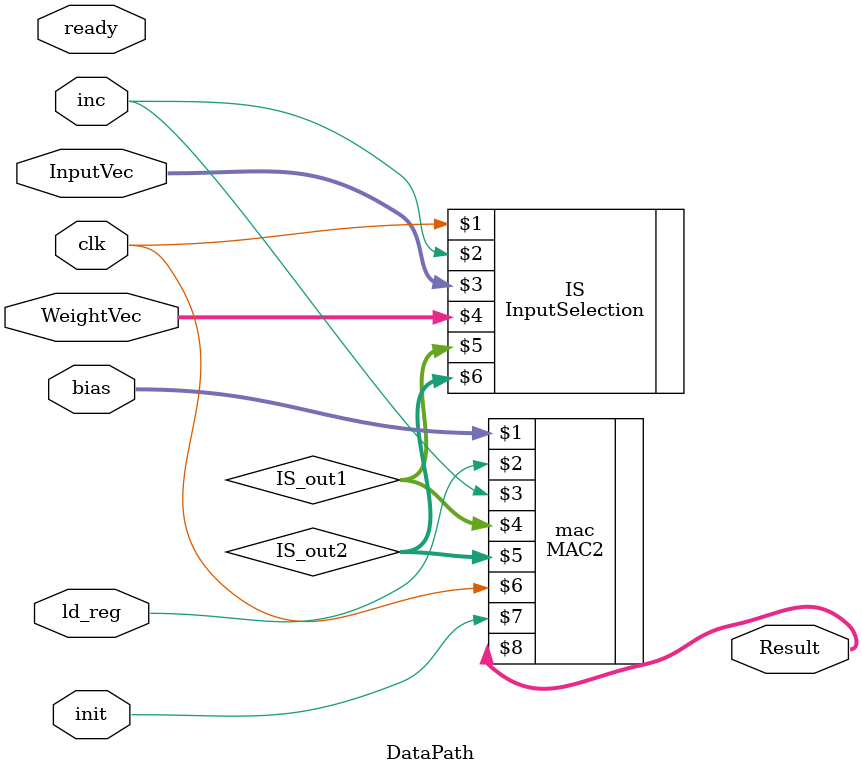
<source format=v>
`timescale 1ns / 1ps


module DataPath#(parameter n=2)(
	input [7:0]bias, 
	 input ld_reg,inc,clk,init,ready,
    input [0:8*n-1] InputVec,
    input [0:8*n-1] WeightVec,
    output [20:0] Result
    );
	 wire [7:0] IS_out1,IS_out2;
	 wire [20:0] mac_out;
	 InputSelection#(n) IS(clk,inc,InputVec,WeightVec,IS_out1,IS_out2);
	 MAC2 mac(bias,ld_reg,inc,IS_out1,IS_out2,clk,init,Result);
	 //ActivationFunction AF(mac_out,ready,Result);
endmodule

</source>
